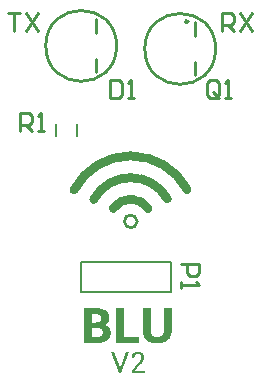
<source format=gto>
G04 Layer_Color=65535*
%FSLAX44Y44*%
%MOMM*%
G71*
G01*
G75*
%ADD18C,0.2540*%
%ADD19C,0.8000*%
%ADD20C,0.1270*%
%ADD21C,0.2000*%
G36*
X95684Y77795D02*
X96123D01*
X96660Y77747D01*
X97246Y77698D01*
X97880Y77600D01*
X99296Y77356D01*
X100712Y76965D01*
X102079Y76477D01*
X102762Y76136D01*
X103348Y75794D01*
X103397D01*
X103495Y75696D01*
X103641Y75599D01*
X103836Y75403D01*
X104325Y74915D01*
X104910Y74280D01*
X105496Y73402D01*
X105984Y72376D01*
X106180Y71742D01*
X106326Y71107D01*
X106424Y70424D01*
X106473Y69692D01*
Y69594D01*
Y69350D01*
X106424Y68959D01*
X106375Y68422D01*
X106229Y67836D01*
X106082Y67202D01*
X105838Y66567D01*
X105496Y65932D01*
X105447Y65884D01*
X105301Y65688D01*
X105057Y65395D01*
X104764Y65005D01*
X104325Y64614D01*
X103788Y64224D01*
X103153Y63833D01*
X102421Y63492D01*
X102470D01*
X102518Y63443D01*
X102665D01*
X102860Y63394D01*
X103299Y63199D01*
X103885Y62955D01*
X104520Y62661D01*
X105203Y62222D01*
X105789Y61734D01*
X106326Y61099D01*
X106375Y61002D01*
X106522Y60806D01*
X106717Y60416D01*
X106961Y59928D01*
X107205Y59342D01*
X107400Y58610D01*
X107547Y57828D01*
X107596Y56999D01*
Y56950D01*
Y56803D01*
Y56608D01*
X107547Y56266D01*
X107498Y55925D01*
X107449Y55485D01*
X107254Y54558D01*
X106863Y53484D01*
X106668Y52947D01*
X106375Y52410D01*
X106033Y51873D01*
X105643Y51384D01*
X105203Y50896D01*
X104666Y50457D01*
X104618D01*
X104520Y50359D01*
X104373Y50262D01*
X104129Y50115D01*
X103836Y49969D01*
X103495Y49773D01*
X103055Y49578D01*
X102567Y49383D01*
X101981Y49139D01*
X101396Y48944D01*
X100712Y48748D01*
X99931Y48602D01*
X99150Y48455D01*
X98271Y48358D01*
X97344Y48309D01*
X96367Y48260D01*
X85090D01*
Y77844D01*
X95293D01*
X95684Y77795D01*
D02*
G37*
G36*
X116589Y22860D02*
X114539D01*
X107950Y40607D01*
X110556D01*
X115125Y27517D01*
X115535Y26023D01*
X115623D01*
X116004Y27517D01*
X120602Y40607D01*
X123208D01*
X116589Y22860D01*
D02*
G37*
G36*
X131086Y40842D02*
X131291D01*
X131525Y40812D01*
X132052Y40695D01*
X132668Y40549D01*
X133283Y40315D01*
X133868Y39992D01*
X134161Y39787D01*
X134425Y39553D01*
X134454D01*
X134483Y39495D01*
X134542Y39407D01*
X134630Y39319D01*
X134864Y39026D01*
X135128Y38645D01*
X135362Y38147D01*
X135596Y37562D01*
X135743Y36888D01*
X135801Y36507D01*
Y36127D01*
Y36097D01*
Y36068D01*
Y35892D01*
X135772Y35629D01*
X135713Y35277D01*
X135625Y34867D01*
X135479Y34399D01*
X135303Y33901D01*
X135040Y33403D01*
Y33374D01*
X135010Y33345D01*
X134952Y33257D01*
X134893Y33169D01*
X134718Y32876D01*
X134454Y32466D01*
X134132Y31997D01*
X133722Y31412D01*
X133224Y30767D01*
X132668Y30035D01*
X128216Y24793D01*
Y24734D01*
X136328D01*
Y22860D01*
X125287D01*
Y24500D01*
X130852Y31148D01*
X130881Y31177D01*
X130910Y31236D01*
X130998Y31324D01*
X131086Y31441D01*
X131350Y31763D01*
X131672Y32173D01*
X131994Y32642D01*
X132345Y33110D01*
X132638Y33579D01*
X132873Y33989D01*
X132902Y34047D01*
X132960Y34165D01*
X133048Y34399D01*
X133136Y34662D01*
X133224Y34985D01*
X133312Y35365D01*
X133370Y35746D01*
X133400Y36156D01*
Y36214D01*
Y36361D01*
X133370Y36595D01*
X133312Y36859D01*
X133224Y37181D01*
X133078Y37532D01*
X132902Y37854D01*
X132668Y38177D01*
X132638Y38206D01*
X132550Y38294D01*
X132375Y38440D01*
X132170Y38587D01*
X131877Y38704D01*
X131555Y38850D01*
X131145Y38938D01*
X130705Y38967D01*
X130442D01*
X130149Y38909D01*
X129827Y38850D01*
X129417Y38733D01*
X129036Y38557D01*
X128655Y38323D01*
X128304Y38001D01*
X128275Y37972D01*
X128187Y37825D01*
X128040Y37620D01*
X127894Y37327D01*
X127747Y37005D01*
X127601Y36595D01*
X127513Y36127D01*
X127484Y35600D01*
X125170D01*
X125141Y35687D01*
Y35717D01*
Y35775D01*
Y35892D01*
X125170Y36039D01*
Y36244D01*
X125200Y36449D01*
X125287Y36947D01*
X125463Y37532D01*
X125727Y38147D01*
X125902Y38470D01*
X126078Y38762D01*
X126312Y39055D01*
X126576Y39348D01*
X126605Y39377D01*
X126635Y39407D01*
X126722Y39495D01*
X126869Y39582D01*
X127015Y39700D01*
X127191Y39817D01*
X127425Y39963D01*
X127660Y40110D01*
X127952Y40256D01*
X128245Y40402D01*
X128948Y40637D01*
X129768Y40812D01*
X130237Y40842D01*
X130705Y40871D01*
X130940D01*
X131086Y40842D01*
D02*
G37*
G36*
X118531Y53532D02*
X131224D01*
Y48260D01*
X111647D01*
Y77844D01*
X118531D01*
Y53532D01*
D02*
G37*
G36*
X159197Y58658D02*
Y58610D01*
Y58414D01*
Y58170D01*
X159148Y57828D01*
X159099Y57389D01*
X159002Y56901D01*
X158904Y56364D01*
X158758Y55778D01*
X158611Y55143D01*
X158367Y54509D01*
X158074Y53825D01*
X157781Y53142D01*
X157342Y52507D01*
X156903Y51873D01*
X156365Y51287D01*
X155780Y50701D01*
X155731Y50652D01*
X155633Y50603D01*
X155438Y50457D01*
X155194Y50262D01*
X154852Y50066D01*
X154413Y49822D01*
X153973Y49529D01*
X153436Y49285D01*
X152802Y49041D01*
X152167Y48748D01*
X151435Y48504D01*
X150654Y48309D01*
X149824Y48113D01*
X148945Y48016D01*
X147969Y47918D01*
X146992Y47869D01*
X146455D01*
X146065Y47918D01*
X145625Y47967D01*
X145088Y48016D01*
X144502Y48113D01*
X143819Y48211D01*
X142403Y48553D01*
X141671Y48797D01*
X140939Y49090D01*
X140206Y49383D01*
X139474Y49773D01*
X138791Y50213D01*
X138107Y50701D01*
X138058Y50750D01*
X137961Y50847D01*
X137814Y50994D01*
X137570Y51238D01*
X137326Y51531D01*
X137033Y51873D01*
X136740Y52312D01*
X136447Y52800D01*
X136106Y53337D01*
X135813Y53923D01*
X135520Y54558D01*
X135276Y55290D01*
X135032Y56022D01*
X134885Y56852D01*
X134788Y57731D01*
X134739Y58658D01*
Y77844D01*
X141622D01*
Y58658D01*
Y58610D01*
Y58561D01*
Y58414D01*
Y58219D01*
X141720Y57731D01*
X141817Y57096D01*
X141964Y56462D01*
X142208Y55778D01*
X142550Y55095D01*
X143038Y54509D01*
X143087Y54460D01*
X143331Y54314D01*
X143624Y54069D01*
X144063Y53825D01*
X144649Y53532D01*
X145332Y53337D01*
X146114Y53142D01*
X146992Y53093D01*
X147383D01*
X147871Y53191D01*
X148408Y53288D01*
X149043Y53435D01*
X149677Y53679D01*
X150312Y54021D01*
X150898Y54460D01*
X150947Y54509D01*
X151142Y54704D01*
X151337Y55046D01*
X151630Y55534D01*
X151874Y56120D01*
X152118Y56852D01*
X152265Y57682D01*
X152313Y58658D01*
Y77844D01*
X159197D01*
Y58658D01*
D02*
G37*
%LPC*%
G36*
X94756Y72572D02*
X91973D01*
Y65493D01*
X95049D01*
X95488Y65542D01*
X96074Y65591D01*
X96660Y65688D01*
X97295Y65884D01*
X97880Y66079D01*
X98369Y66372D01*
X98418Y66421D01*
X98564Y66518D01*
X98759Y66762D01*
X99003Y67006D01*
X99199Y67397D01*
X99394Y67836D01*
X99540Y68373D01*
X99589Y68959D01*
Y69057D01*
Y69252D01*
X99540Y69594D01*
X99443Y69984D01*
X99296Y70424D01*
X99052Y70912D01*
X98759Y71302D01*
X98369Y71693D01*
X98320Y71742D01*
X98173Y71839D01*
X97880Y71986D01*
X97490Y72132D01*
X96953Y72279D01*
X96367Y72425D01*
X95635Y72523D01*
X94756Y72572D01*
D02*
G37*
G36*
X96611Y60953D02*
X91973D01*
Y53532D01*
X96709D01*
X97099Y53581D01*
X97588Y53630D01*
X98125Y53728D01*
X98662Y53874D01*
X99199Y54069D01*
X99638Y54362D01*
X99687Y54411D01*
X99833Y54509D01*
X99980Y54753D01*
X100224Y55046D01*
X100419Y55388D01*
X100566Y55876D01*
X100712Y56413D01*
X100761Y57047D01*
Y57145D01*
Y57340D01*
X100712Y57682D01*
X100663Y58121D01*
X100517Y58610D01*
X100370Y59049D01*
X100126Y59537D01*
X99784Y59928D01*
X99736Y59977D01*
X99589Y60074D01*
X99345Y60221D01*
X99003Y60416D01*
X98564Y60611D01*
X98027Y60758D01*
X97392Y60904D01*
X96611Y60953D01*
D02*
G37*
%LPD*%
D18*
X112550Y299720D02*
G03*
X112550Y299720I-30000J0D01*
G01*
X196370Y297180D02*
G03*
X196370Y297180I-30000J0D01*
G01*
X173120Y320430D02*
G03*
X173120Y320430I-1250J0D01*
G01*
X129848Y151130D02*
G03*
X129848Y151130I-5388J0D01*
G01*
X95050Y277220D02*
Y288470D01*
Y310970D02*
Y322220D01*
X178870Y308430D02*
Y319680D01*
Y274680D02*
Y285930D01*
X106680Y270505D02*
Y255270D01*
X114298D01*
X116837Y257809D01*
Y267966D01*
X114298Y270505D01*
X106680D01*
X121915Y255270D02*
X126993D01*
X124454D01*
Y270505D01*
X121915Y267966D01*
X30480Y227330D02*
Y242565D01*
X38098D01*
X40637Y240026D01*
Y234947D01*
X38098Y232408D01*
X30480D01*
X35558D02*
X40637Y227330D01*
X45715D02*
X50793D01*
X48254D01*
Y242565D01*
X45715Y240026D01*
X199387Y257809D02*
Y267966D01*
X196847Y270505D01*
X191769D01*
X189230Y267966D01*
Y257809D01*
X191769Y255270D01*
X196847D01*
X194308Y260348D02*
X199387Y255270D01*
X196847D02*
X199387Y257809D01*
X204465Y255270D02*
X209543D01*
X207004D01*
Y270505D01*
X204465Y267966D01*
X167259Y115189D02*
X182494D01*
Y107571D01*
X179955Y105032D01*
X174876D01*
X172337Y107571D01*
Y115189D01*
X167259Y99954D02*
Y94876D01*
Y97415D01*
X182494D01*
X179955Y99954D01*
X20320Y327655D02*
X30477D01*
X25398D01*
Y312420D01*
X35555Y327655D02*
X45712Y312420D01*
Y327655D02*
X35555Y312420D01*
X201930D02*
Y327655D01*
X209548D01*
X212087Y325116D01*
Y320037D01*
X209548Y317498D01*
X201930D01*
X207008D02*
X212087Y312420D01*
X217165Y327655D02*
X227322Y312420D01*
Y327655D02*
X217165Y312420D01*
D19*
X172142Y178284D02*
G03*
X76511Y177785I-47682J-25884D01*
G01*
X155438Y170272D02*
G03*
X93256Y169874I-30978J-17872D01*
G01*
X139140Y162187D02*
G03*
X109780Y162187I-14680J-9787D01*
G01*
D20*
X78740Y223520D02*
Y233680D01*
X60960Y223774D02*
Y233426D01*
D21*
X82550Y91440D02*
Y116840D01*
X158750D01*
Y91440D02*
Y116840D01*
X82550Y91440D02*
X158750D01*
M02*

</source>
